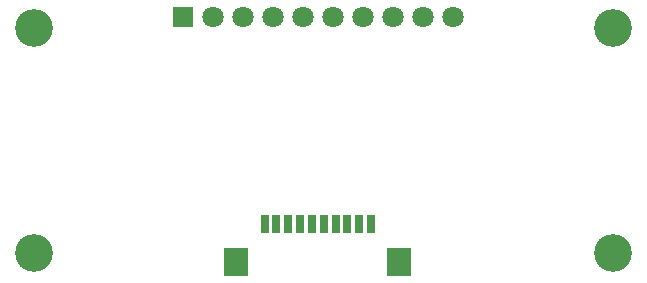
<source format=gbs>
G04*
G04 #@! TF.GenerationSoftware,Altium Limited,Altium Designer,23.9.2 (47)*
G04*
G04 Layer_Color=16711935*
%FSLAX44Y44*%
%MOMM*%
G71*
G04*
G04 #@! TF.SameCoordinates,D495FCE5-1433-4DC9-BC9C-766B31E1820A*
G04*
G04*
G04 #@! TF.FilePolarity,Negative*
G04*
G01*
G75*
%ADD16C,1.8032*%
%ADD17R,1.8032X1.8032*%
%ADD18C,3.2032*%
%ADD25R,2.0032X2.4032*%
%ADD26R,0.8032X1.5032*%
D16*
X384300Y229351D02*
D03*
X358900D02*
D03*
X308100D02*
D03*
X181100D02*
D03*
X206500D02*
D03*
X282700D02*
D03*
X231900D02*
D03*
X257300D02*
D03*
X333500D02*
D03*
D17*
X155700D02*
D03*
D18*
X520000Y30000D02*
D03*
Y220000D02*
D03*
X30000D02*
D03*
Y30000D02*
D03*
D25*
X201000Y22041D02*
D03*
X339000D02*
D03*
D26*
X285000Y54541D02*
D03*
X275000D02*
D03*
X295000D02*
D03*
X305000D02*
D03*
X315000D02*
D03*
X255000D02*
D03*
X245000D02*
D03*
X265000D02*
D03*
X235000D02*
D03*
X225000D02*
D03*
M02*

</source>
